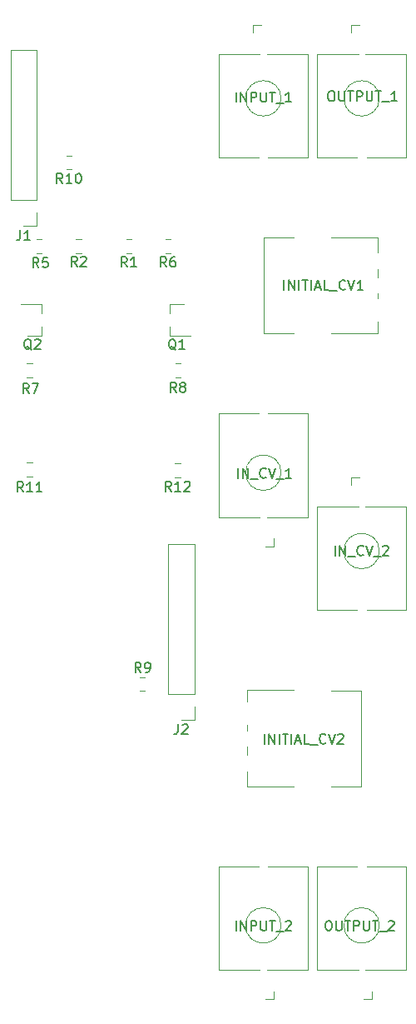
<source format=gbr>
%TF.GenerationSoftware,KiCad,Pcbnew,5.1.6*%
%TF.CreationDate,2020-07-14T13:58:31+04:00*%
%TF.ProjectId,FC_more_vcas,46435f6d-6f72-4655-9f76-6361732e6b69,rev?*%
%TF.SameCoordinates,Original*%
%TF.FileFunction,Legend,Top*%
%TF.FilePolarity,Positive*%
%FSLAX46Y46*%
G04 Gerber Fmt 4.6, Leading zero omitted, Abs format (unit mm)*
G04 Created by KiCad (PCBNEW 5.1.6) date 2020-07-14 13:58:31*
%MOMM*%
%LPD*%
G01*
G04 APERTURE LIST*
%ADD10C,0.120000*%
%ADD11C,0.150000*%
G04 APERTURE END LIST*
D10*
%TO.C,INITIAL_CV1*%
X58120000Y-44340000D02*
X58120000Y-45170000D01*
X58120000Y-46790000D02*
X58120000Y-47320000D01*
X58120000Y-49690000D02*
X58120000Y-50870000D01*
X58120000Y-41130000D02*
X53400000Y-41130000D01*
X49590000Y-50870000D02*
X46530000Y-50870000D01*
X58120000Y-50880000D02*
X53400000Y-50880000D01*
X49590000Y-41130000D02*
X46530000Y-41130000D01*
X58120000Y-41130000D02*
X58120000Y-42620000D01*
X46530000Y-41130000D02*
X46530000Y-50870000D01*
%TO.C,INITIAL_CV2*%
X56470000Y-96870000D02*
X56470000Y-87130000D01*
X44880000Y-96870000D02*
X44880000Y-95380000D01*
X53410000Y-96870000D02*
X56470000Y-96870000D01*
X44880000Y-87120000D02*
X49600000Y-87120000D01*
X53410000Y-87130000D02*
X56470000Y-87130000D01*
X44880000Y-96870000D02*
X49600000Y-96870000D01*
X44880000Y-88310000D02*
X44880000Y-87130000D01*
X44880000Y-91210000D02*
X44880000Y-90680000D01*
X44880000Y-93660000D02*
X44880000Y-92830000D01*
%TO.C,INPUT_1*%
X42000000Y-22480000D02*
X42000000Y-32980000D01*
X51000000Y-22480000D02*
X51000000Y-32980000D01*
X51000000Y-32980000D02*
X47000000Y-32980000D01*
X46000000Y-32980000D02*
X42000000Y-32980000D01*
X51000000Y-22480000D02*
X46850000Y-22480000D01*
X46150000Y-22480000D02*
X42000000Y-22480000D01*
X48300000Y-26980000D02*
G75*
G03*
X48300000Y-26980000I-1800000J0D01*
G01*
X45440000Y-19500000D02*
X45440000Y-20300000D01*
X45440000Y-19500000D02*
X46300000Y-19500000D01*
%TO.C,INPUT_2*%
X47560000Y-118500000D02*
X46700000Y-118500000D01*
X47560000Y-118500000D02*
X47560000Y-117700000D01*
X48300000Y-111020000D02*
G75*
G03*
X48300000Y-111020000I-1800000J0D01*
G01*
X46850000Y-115520000D02*
X51000000Y-115520000D01*
X42000000Y-115520000D02*
X46150000Y-115520000D01*
X47000000Y-105020000D02*
X51000000Y-105020000D01*
X42000000Y-105020000D02*
X46000000Y-105020000D01*
X42000000Y-115520000D02*
X42000000Y-105020000D01*
X51000000Y-115520000D02*
X51000000Y-105020000D01*
%TO.C,J1*%
X23430000Y-22030000D02*
X20770000Y-22030000D01*
X23430000Y-37330000D02*
X23430000Y-22030000D01*
X20770000Y-37330000D02*
X20770000Y-22030000D01*
X23430000Y-37330000D02*
X20770000Y-37330000D01*
X23430000Y-38600000D02*
X23430000Y-39930000D01*
X23430000Y-39930000D02*
X22100000Y-39930000D01*
%TO.C,J2*%
X39480000Y-90130000D02*
X38150000Y-90130000D01*
X39480000Y-88800000D02*
X39480000Y-90130000D01*
X39480000Y-87530000D02*
X36820000Y-87530000D01*
X36820000Y-87530000D02*
X36820000Y-72230000D01*
X39480000Y-87530000D02*
X39480000Y-72230000D01*
X39480000Y-72230000D02*
X36820000Y-72230000D01*
%TO.C,IN_CV_1*%
X51000000Y-69520000D02*
X51000000Y-59020000D01*
X42000000Y-69520000D02*
X42000000Y-59020000D01*
X42000000Y-59020000D02*
X46000000Y-59020000D01*
X47000000Y-59020000D02*
X51000000Y-59020000D01*
X42000000Y-69520000D02*
X46150000Y-69520000D01*
X46850000Y-69520000D02*
X51000000Y-69520000D01*
X48300000Y-65020000D02*
G75*
G03*
X48300000Y-65020000I-1800000J0D01*
G01*
X47560000Y-72500000D02*
X47560000Y-71700000D01*
X47560000Y-72500000D02*
X46700000Y-72500000D01*
%TO.C,IN_CV_2*%
X55440000Y-65500000D02*
X56300000Y-65500000D01*
X55440000Y-65500000D02*
X55440000Y-66300000D01*
X58300000Y-72980000D02*
G75*
G03*
X58300000Y-72980000I-1800000J0D01*
G01*
X56150000Y-68480000D02*
X52000000Y-68480000D01*
X61000000Y-68480000D02*
X56850000Y-68480000D01*
X56000000Y-78980000D02*
X52000000Y-78980000D01*
X61000000Y-78980000D02*
X57000000Y-78980000D01*
X61000000Y-68480000D02*
X61000000Y-78980000D01*
X52000000Y-68480000D02*
X52000000Y-78980000D01*
%TO.C,OUTPUT_1*%
X52000000Y-22480000D02*
X52000000Y-32980000D01*
X61000000Y-22480000D02*
X61000000Y-32980000D01*
X61000000Y-32980000D02*
X57000000Y-32980000D01*
X56000000Y-32980000D02*
X52000000Y-32980000D01*
X61000000Y-22480000D02*
X56850000Y-22480000D01*
X56150000Y-22480000D02*
X52000000Y-22480000D01*
X58300000Y-26980000D02*
G75*
G03*
X58300000Y-26980000I-1800000J0D01*
G01*
X55440000Y-19500000D02*
X55440000Y-20300000D01*
X55440000Y-19500000D02*
X56300000Y-19500000D01*
%TO.C,OUTPUT_2*%
X57560000Y-118500000D02*
X56700000Y-118500000D01*
X57560000Y-118500000D02*
X57560000Y-117700000D01*
X58300000Y-111020000D02*
G75*
G03*
X58300000Y-111020000I-1800000J0D01*
G01*
X56850000Y-115520000D02*
X61000000Y-115520000D01*
X52000000Y-115520000D02*
X56150000Y-115520000D01*
X57000000Y-105020000D02*
X61000000Y-105020000D01*
X52000000Y-105020000D02*
X56000000Y-105020000D01*
X52000000Y-115520000D02*
X52000000Y-105020000D01*
X61000000Y-115520000D02*
X61000000Y-105020000D01*
%TO.C,Q1*%
X36940000Y-47920000D02*
X38400000Y-47920000D01*
X36940000Y-51080000D02*
X39100000Y-51080000D01*
X36940000Y-51080000D02*
X36940000Y-50150000D01*
X36940000Y-47920000D02*
X36940000Y-48850000D01*
%TO.C,Q2*%
X23960000Y-51080000D02*
X23960000Y-50150000D01*
X23960000Y-47920000D02*
X23960000Y-48850000D01*
X23960000Y-47920000D02*
X21800000Y-47920000D01*
X23960000Y-51080000D02*
X22500000Y-51080000D01*
%TO.C,R1*%
X33061252Y-42710000D02*
X32538748Y-42710000D01*
X33061252Y-41290000D02*
X32538748Y-41290000D01*
%TO.C,R2*%
X27438748Y-42710000D02*
X27961252Y-42710000D01*
X27438748Y-41290000D02*
X27961252Y-41290000D01*
%TO.C,R5*%
X23438748Y-41290000D02*
X23961252Y-41290000D01*
X23438748Y-42710000D02*
X23961252Y-42710000D01*
%TO.C,R6*%
X37061252Y-41290000D02*
X36538748Y-41290000D01*
X37061252Y-42710000D02*
X36538748Y-42710000D01*
%TO.C,R7*%
X22438748Y-55310000D02*
X22961252Y-55310000D01*
X22438748Y-53890000D02*
X22961252Y-53890000D01*
%TO.C,R8*%
X38061252Y-55310000D02*
X37538748Y-55310000D01*
X38061252Y-53890000D02*
X37538748Y-53890000D01*
%TO.C,R9*%
X33938748Y-87210000D02*
X34461252Y-87210000D01*
X33938748Y-85790000D02*
X34461252Y-85790000D01*
%TO.C,R10*%
X26961252Y-32790000D02*
X26438748Y-32790000D01*
X26961252Y-34210000D02*
X26438748Y-34210000D01*
%TO.C,R11*%
X22438748Y-63990000D02*
X22961252Y-63990000D01*
X22438748Y-65410000D02*
X22961252Y-65410000D01*
%TO.C,R12*%
X38036252Y-65510000D02*
X37513748Y-65510000D01*
X38036252Y-64090000D02*
X37513748Y-64090000D01*
%TO.C,INITIAL_CV1*%
D11*
X48600000Y-46452380D02*
X48600000Y-45452380D01*
X49076190Y-46452380D02*
X49076190Y-45452380D01*
X49647619Y-46452380D01*
X49647619Y-45452380D01*
X50123809Y-46452380D02*
X50123809Y-45452380D01*
X50457142Y-45452380D02*
X51028571Y-45452380D01*
X50742857Y-46452380D02*
X50742857Y-45452380D01*
X51361904Y-46452380D02*
X51361904Y-45452380D01*
X51790476Y-46166666D02*
X52266666Y-46166666D01*
X51695238Y-46452380D02*
X52028571Y-45452380D01*
X52361904Y-46452380D01*
X53171428Y-46452380D02*
X52695238Y-46452380D01*
X52695238Y-45452380D01*
X53266666Y-46547619D02*
X54028571Y-46547619D01*
X54838095Y-46357142D02*
X54790476Y-46404761D01*
X54647619Y-46452380D01*
X54552380Y-46452380D01*
X54409523Y-46404761D01*
X54314285Y-46309523D01*
X54266666Y-46214285D01*
X54219047Y-46023809D01*
X54219047Y-45880952D01*
X54266666Y-45690476D01*
X54314285Y-45595238D01*
X54409523Y-45500000D01*
X54552380Y-45452380D01*
X54647619Y-45452380D01*
X54790476Y-45500000D01*
X54838095Y-45547619D01*
X55123809Y-45452380D02*
X55457142Y-46452380D01*
X55790476Y-45452380D01*
X56647619Y-46452380D02*
X56076190Y-46452380D01*
X56361904Y-46452380D02*
X56361904Y-45452380D01*
X56266666Y-45595238D01*
X56171428Y-45690476D01*
X56076190Y-45738095D01*
%TO.C,INITIAL_CV2*%
X46600000Y-92552380D02*
X46600000Y-91552380D01*
X47076190Y-92552380D02*
X47076190Y-91552380D01*
X47647619Y-92552380D01*
X47647619Y-91552380D01*
X48123809Y-92552380D02*
X48123809Y-91552380D01*
X48457142Y-91552380D02*
X49028571Y-91552380D01*
X48742857Y-92552380D02*
X48742857Y-91552380D01*
X49361904Y-92552380D02*
X49361904Y-91552380D01*
X49790476Y-92266666D02*
X50266666Y-92266666D01*
X49695238Y-92552380D02*
X50028571Y-91552380D01*
X50361904Y-92552380D01*
X51171428Y-92552380D02*
X50695238Y-92552380D01*
X50695238Y-91552380D01*
X51266666Y-92647619D02*
X52028571Y-92647619D01*
X52838095Y-92457142D02*
X52790476Y-92504761D01*
X52647619Y-92552380D01*
X52552380Y-92552380D01*
X52409523Y-92504761D01*
X52314285Y-92409523D01*
X52266666Y-92314285D01*
X52219047Y-92123809D01*
X52219047Y-91980952D01*
X52266666Y-91790476D01*
X52314285Y-91695238D01*
X52409523Y-91600000D01*
X52552380Y-91552380D01*
X52647619Y-91552380D01*
X52790476Y-91600000D01*
X52838095Y-91647619D01*
X53123809Y-91552380D02*
X53457142Y-92552380D01*
X53790476Y-91552380D01*
X54076190Y-91647619D02*
X54123809Y-91600000D01*
X54219047Y-91552380D01*
X54457142Y-91552380D01*
X54552380Y-91600000D01*
X54600000Y-91647619D01*
X54647619Y-91742857D01*
X54647619Y-91838095D01*
X54600000Y-91980952D01*
X54028571Y-92552380D01*
X54647619Y-92552380D01*
%TO.C,INPUT_1*%
X43714285Y-27352380D02*
X43714285Y-26352380D01*
X44190476Y-27352380D02*
X44190476Y-26352380D01*
X44761904Y-27352380D01*
X44761904Y-26352380D01*
X45238095Y-27352380D02*
X45238095Y-26352380D01*
X45619047Y-26352380D01*
X45714285Y-26400000D01*
X45761904Y-26447619D01*
X45809523Y-26542857D01*
X45809523Y-26685714D01*
X45761904Y-26780952D01*
X45714285Y-26828571D01*
X45619047Y-26876190D01*
X45238095Y-26876190D01*
X46238095Y-26352380D02*
X46238095Y-27161904D01*
X46285714Y-27257142D01*
X46333333Y-27304761D01*
X46428571Y-27352380D01*
X46619047Y-27352380D01*
X46714285Y-27304761D01*
X46761904Y-27257142D01*
X46809523Y-27161904D01*
X46809523Y-26352380D01*
X47142857Y-26352380D02*
X47714285Y-26352380D01*
X47428571Y-27352380D02*
X47428571Y-26352380D01*
X47809523Y-27447619D02*
X48571428Y-27447619D01*
X49333333Y-27352380D02*
X48761904Y-27352380D01*
X49047619Y-27352380D02*
X49047619Y-26352380D01*
X48952380Y-26495238D01*
X48857142Y-26590476D01*
X48761904Y-26638095D01*
%TO.C,INPUT_2*%
X43714285Y-111552380D02*
X43714285Y-110552380D01*
X44190476Y-111552380D02*
X44190476Y-110552380D01*
X44761904Y-111552380D01*
X44761904Y-110552380D01*
X45238095Y-111552380D02*
X45238095Y-110552380D01*
X45619047Y-110552380D01*
X45714285Y-110600000D01*
X45761904Y-110647619D01*
X45809523Y-110742857D01*
X45809523Y-110885714D01*
X45761904Y-110980952D01*
X45714285Y-111028571D01*
X45619047Y-111076190D01*
X45238095Y-111076190D01*
X46238095Y-110552380D02*
X46238095Y-111361904D01*
X46285714Y-111457142D01*
X46333333Y-111504761D01*
X46428571Y-111552380D01*
X46619047Y-111552380D01*
X46714285Y-111504761D01*
X46761904Y-111457142D01*
X46809523Y-111361904D01*
X46809523Y-110552380D01*
X47142857Y-110552380D02*
X47714285Y-110552380D01*
X47428571Y-111552380D02*
X47428571Y-110552380D01*
X47809523Y-111647619D02*
X48571428Y-111647619D01*
X48761904Y-110647619D02*
X48809523Y-110600000D01*
X48904761Y-110552380D01*
X49142857Y-110552380D01*
X49238095Y-110600000D01*
X49285714Y-110647619D01*
X49333333Y-110742857D01*
X49333333Y-110838095D01*
X49285714Y-110980952D01*
X48714285Y-111552380D01*
X49333333Y-111552380D01*
%TO.C,J1*%
X21766666Y-40382380D02*
X21766666Y-41096666D01*
X21719047Y-41239523D01*
X21623809Y-41334761D01*
X21480952Y-41382380D01*
X21385714Y-41382380D01*
X22766666Y-41382380D02*
X22195238Y-41382380D01*
X22480952Y-41382380D02*
X22480952Y-40382380D01*
X22385714Y-40525238D01*
X22290476Y-40620476D01*
X22195238Y-40668095D01*
%TO.C,J2*%
X37816666Y-90582380D02*
X37816666Y-91296666D01*
X37769047Y-91439523D01*
X37673809Y-91534761D01*
X37530952Y-91582380D01*
X37435714Y-91582380D01*
X38245238Y-90677619D02*
X38292857Y-90630000D01*
X38388095Y-90582380D01*
X38626190Y-90582380D01*
X38721428Y-90630000D01*
X38769047Y-90677619D01*
X38816666Y-90772857D01*
X38816666Y-90868095D01*
X38769047Y-91010952D01*
X38197619Y-91582380D01*
X38816666Y-91582380D01*
%TO.C,IN_CV_1*%
X43909523Y-65552380D02*
X43909523Y-64552380D01*
X44385714Y-65552380D02*
X44385714Y-64552380D01*
X44957142Y-65552380D01*
X44957142Y-64552380D01*
X45195238Y-65647619D02*
X45957142Y-65647619D01*
X46766666Y-65457142D02*
X46719047Y-65504761D01*
X46576190Y-65552380D01*
X46480952Y-65552380D01*
X46338095Y-65504761D01*
X46242857Y-65409523D01*
X46195238Y-65314285D01*
X46147619Y-65123809D01*
X46147619Y-64980952D01*
X46195238Y-64790476D01*
X46242857Y-64695238D01*
X46338095Y-64600000D01*
X46480952Y-64552380D01*
X46576190Y-64552380D01*
X46719047Y-64600000D01*
X46766666Y-64647619D01*
X47052380Y-64552380D02*
X47385714Y-65552380D01*
X47719047Y-64552380D01*
X47814285Y-65647619D02*
X48576190Y-65647619D01*
X49338095Y-65552380D02*
X48766666Y-65552380D01*
X49052380Y-65552380D02*
X49052380Y-64552380D01*
X48957142Y-64695238D01*
X48861904Y-64790476D01*
X48766666Y-64838095D01*
%TO.C,IN_CV_2*%
X53809523Y-73432380D02*
X53809523Y-72432380D01*
X54285714Y-73432380D02*
X54285714Y-72432380D01*
X54857142Y-73432380D01*
X54857142Y-72432380D01*
X55095238Y-73527619D02*
X55857142Y-73527619D01*
X56666666Y-73337142D02*
X56619047Y-73384761D01*
X56476190Y-73432380D01*
X56380952Y-73432380D01*
X56238095Y-73384761D01*
X56142857Y-73289523D01*
X56095238Y-73194285D01*
X56047619Y-73003809D01*
X56047619Y-72860952D01*
X56095238Y-72670476D01*
X56142857Y-72575238D01*
X56238095Y-72480000D01*
X56380952Y-72432380D01*
X56476190Y-72432380D01*
X56619047Y-72480000D01*
X56666666Y-72527619D01*
X56952380Y-72432380D02*
X57285714Y-73432380D01*
X57619047Y-72432380D01*
X57714285Y-73527619D02*
X58476190Y-73527619D01*
X58666666Y-72527619D02*
X58714285Y-72480000D01*
X58809523Y-72432380D01*
X59047619Y-72432380D01*
X59142857Y-72480000D01*
X59190476Y-72527619D01*
X59238095Y-72622857D01*
X59238095Y-72718095D01*
X59190476Y-72860952D01*
X58619047Y-73432380D01*
X59238095Y-73432380D01*
%TO.C,OUTPUT_1*%
X53338095Y-26252380D02*
X53528571Y-26252380D01*
X53623809Y-26300000D01*
X53719047Y-26395238D01*
X53766666Y-26585714D01*
X53766666Y-26919047D01*
X53719047Y-27109523D01*
X53623809Y-27204761D01*
X53528571Y-27252380D01*
X53338095Y-27252380D01*
X53242857Y-27204761D01*
X53147619Y-27109523D01*
X53100000Y-26919047D01*
X53100000Y-26585714D01*
X53147619Y-26395238D01*
X53242857Y-26300000D01*
X53338095Y-26252380D01*
X54195238Y-26252380D02*
X54195238Y-27061904D01*
X54242857Y-27157142D01*
X54290476Y-27204761D01*
X54385714Y-27252380D01*
X54576190Y-27252380D01*
X54671428Y-27204761D01*
X54719047Y-27157142D01*
X54766666Y-27061904D01*
X54766666Y-26252380D01*
X55100000Y-26252380D02*
X55671428Y-26252380D01*
X55385714Y-27252380D02*
X55385714Y-26252380D01*
X56004761Y-27252380D02*
X56004761Y-26252380D01*
X56385714Y-26252380D01*
X56480952Y-26300000D01*
X56528571Y-26347619D01*
X56576190Y-26442857D01*
X56576190Y-26585714D01*
X56528571Y-26680952D01*
X56480952Y-26728571D01*
X56385714Y-26776190D01*
X56004761Y-26776190D01*
X57004761Y-26252380D02*
X57004761Y-27061904D01*
X57052380Y-27157142D01*
X57100000Y-27204761D01*
X57195238Y-27252380D01*
X57385714Y-27252380D01*
X57480952Y-27204761D01*
X57528571Y-27157142D01*
X57576190Y-27061904D01*
X57576190Y-26252380D01*
X57909523Y-26252380D02*
X58480952Y-26252380D01*
X58195238Y-27252380D02*
X58195238Y-26252380D01*
X58576190Y-27347619D02*
X59338095Y-27347619D01*
X60100000Y-27252380D02*
X59528571Y-27252380D01*
X59814285Y-27252380D02*
X59814285Y-26252380D01*
X59719047Y-26395238D01*
X59623809Y-26490476D01*
X59528571Y-26538095D01*
%TO.C,OUTPUT_2*%
X53038095Y-110552380D02*
X53228571Y-110552380D01*
X53323809Y-110600000D01*
X53419047Y-110695238D01*
X53466666Y-110885714D01*
X53466666Y-111219047D01*
X53419047Y-111409523D01*
X53323809Y-111504761D01*
X53228571Y-111552380D01*
X53038095Y-111552380D01*
X52942857Y-111504761D01*
X52847619Y-111409523D01*
X52800000Y-111219047D01*
X52800000Y-110885714D01*
X52847619Y-110695238D01*
X52942857Y-110600000D01*
X53038095Y-110552380D01*
X53895238Y-110552380D02*
X53895238Y-111361904D01*
X53942857Y-111457142D01*
X53990476Y-111504761D01*
X54085714Y-111552380D01*
X54276190Y-111552380D01*
X54371428Y-111504761D01*
X54419047Y-111457142D01*
X54466666Y-111361904D01*
X54466666Y-110552380D01*
X54800000Y-110552380D02*
X55371428Y-110552380D01*
X55085714Y-111552380D02*
X55085714Y-110552380D01*
X55704761Y-111552380D02*
X55704761Y-110552380D01*
X56085714Y-110552380D01*
X56180952Y-110600000D01*
X56228571Y-110647619D01*
X56276190Y-110742857D01*
X56276190Y-110885714D01*
X56228571Y-110980952D01*
X56180952Y-111028571D01*
X56085714Y-111076190D01*
X55704761Y-111076190D01*
X56704761Y-110552380D02*
X56704761Y-111361904D01*
X56752380Y-111457142D01*
X56800000Y-111504761D01*
X56895238Y-111552380D01*
X57085714Y-111552380D01*
X57180952Y-111504761D01*
X57228571Y-111457142D01*
X57276190Y-111361904D01*
X57276190Y-110552380D01*
X57609523Y-110552380D02*
X58180952Y-110552380D01*
X57895238Y-111552380D02*
X57895238Y-110552380D01*
X58276190Y-111647619D02*
X59038095Y-111647619D01*
X59228571Y-110647619D02*
X59276190Y-110600000D01*
X59371428Y-110552380D01*
X59609523Y-110552380D01*
X59704761Y-110600000D01*
X59752380Y-110647619D01*
X59800000Y-110742857D01*
X59800000Y-110838095D01*
X59752380Y-110980952D01*
X59180952Y-111552380D01*
X59800000Y-111552380D01*
%TO.C,Q1*%
X37604761Y-52547619D02*
X37509523Y-52500000D01*
X37414285Y-52404761D01*
X37271428Y-52261904D01*
X37176190Y-52214285D01*
X37080952Y-52214285D01*
X37128571Y-52452380D02*
X37033333Y-52404761D01*
X36938095Y-52309523D01*
X36890476Y-52119047D01*
X36890476Y-51785714D01*
X36938095Y-51595238D01*
X37033333Y-51500000D01*
X37128571Y-51452380D01*
X37319047Y-51452380D01*
X37414285Y-51500000D01*
X37509523Y-51595238D01*
X37557142Y-51785714D01*
X37557142Y-52119047D01*
X37509523Y-52309523D01*
X37414285Y-52404761D01*
X37319047Y-52452380D01*
X37128571Y-52452380D01*
X38509523Y-52452380D02*
X37938095Y-52452380D01*
X38223809Y-52452380D02*
X38223809Y-51452380D01*
X38128571Y-51595238D01*
X38033333Y-51690476D01*
X37938095Y-51738095D01*
%TO.C,Q2*%
X22904761Y-52547619D02*
X22809523Y-52500000D01*
X22714285Y-52404761D01*
X22571428Y-52261904D01*
X22476190Y-52214285D01*
X22380952Y-52214285D01*
X22428571Y-52452380D02*
X22333333Y-52404761D01*
X22238095Y-52309523D01*
X22190476Y-52119047D01*
X22190476Y-51785714D01*
X22238095Y-51595238D01*
X22333333Y-51500000D01*
X22428571Y-51452380D01*
X22619047Y-51452380D01*
X22714285Y-51500000D01*
X22809523Y-51595238D01*
X22857142Y-51785714D01*
X22857142Y-52119047D01*
X22809523Y-52309523D01*
X22714285Y-52404761D01*
X22619047Y-52452380D01*
X22428571Y-52452380D01*
X23238095Y-51547619D02*
X23285714Y-51500000D01*
X23380952Y-51452380D01*
X23619047Y-51452380D01*
X23714285Y-51500000D01*
X23761904Y-51547619D01*
X23809523Y-51642857D01*
X23809523Y-51738095D01*
X23761904Y-51880952D01*
X23190476Y-52452380D01*
X23809523Y-52452380D01*
%TO.C,R1*%
X32633333Y-44102380D02*
X32300000Y-43626190D01*
X32061904Y-44102380D02*
X32061904Y-43102380D01*
X32442857Y-43102380D01*
X32538095Y-43150000D01*
X32585714Y-43197619D01*
X32633333Y-43292857D01*
X32633333Y-43435714D01*
X32585714Y-43530952D01*
X32538095Y-43578571D01*
X32442857Y-43626190D01*
X32061904Y-43626190D01*
X33585714Y-44102380D02*
X33014285Y-44102380D01*
X33300000Y-44102380D02*
X33300000Y-43102380D01*
X33204761Y-43245238D01*
X33109523Y-43340476D01*
X33014285Y-43388095D01*
%TO.C,R2*%
X27533333Y-44052380D02*
X27200000Y-43576190D01*
X26961904Y-44052380D02*
X26961904Y-43052380D01*
X27342857Y-43052380D01*
X27438095Y-43100000D01*
X27485714Y-43147619D01*
X27533333Y-43242857D01*
X27533333Y-43385714D01*
X27485714Y-43480952D01*
X27438095Y-43528571D01*
X27342857Y-43576190D01*
X26961904Y-43576190D01*
X27914285Y-43147619D02*
X27961904Y-43100000D01*
X28057142Y-43052380D01*
X28295238Y-43052380D01*
X28390476Y-43100000D01*
X28438095Y-43147619D01*
X28485714Y-43242857D01*
X28485714Y-43338095D01*
X28438095Y-43480952D01*
X27866666Y-44052380D01*
X28485714Y-44052380D01*
%TO.C,R5*%
X23633333Y-44152380D02*
X23300000Y-43676190D01*
X23061904Y-44152380D02*
X23061904Y-43152380D01*
X23442857Y-43152380D01*
X23538095Y-43200000D01*
X23585714Y-43247619D01*
X23633333Y-43342857D01*
X23633333Y-43485714D01*
X23585714Y-43580952D01*
X23538095Y-43628571D01*
X23442857Y-43676190D01*
X23061904Y-43676190D01*
X24538095Y-43152380D02*
X24061904Y-43152380D01*
X24014285Y-43628571D01*
X24061904Y-43580952D01*
X24157142Y-43533333D01*
X24395238Y-43533333D01*
X24490476Y-43580952D01*
X24538095Y-43628571D01*
X24585714Y-43723809D01*
X24585714Y-43961904D01*
X24538095Y-44057142D01*
X24490476Y-44104761D01*
X24395238Y-44152380D01*
X24157142Y-44152380D01*
X24061904Y-44104761D01*
X24014285Y-44057142D01*
%TO.C,R6*%
X36633333Y-44102380D02*
X36300000Y-43626190D01*
X36061904Y-44102380D02*
X36061904Y-43102380D01*
X36442857Y-43102380D01*
X36538095Y-43150000D01*
X36585714Y-43197619D01*
X36633333Y-43292857D01*
X36633333Y-43435714D01*
X36585714Y-43530952D01*
X36538095Y-43578571D01*
X36442857Y-43626190D01*
X36061904Y-43626190D01*
X37490476Y-43102380D02*
X37300000Y-43102380D01*
X37204761Y-43150000D01*
X37157142Y-43197619D01*
X37061904Y-43340476D01*
X37014285Y-43530952D01*
X37014285Y-43911904D01*
X37061904Y-44007142D01*
X37109523Y-44054761D01*
X37204761Y-44102380D01*
X37395238Y-44102380D01*
X37490476Y-44054761D01*
X37538095Y-44007142D01*
X37585714Y-43911904D01*
X37585714Y-43673809D01*
X37538095Y-43578571D01*
X37490476Y-43530952D01*
X37395238Y-43483333D01*
X37204761Y-43483333D01*
X37109523Y-43530952D01*
X37061904Y-43578571D01*
X37014285Y-43673809D01*
%TO.C,R7*%
X22633333Y-56952380D02*
X22300000Y-56476190D01*
X22061904Y-56952380D02*
X22061904Y-55952380D01*
X22442857Y-55952380D01*
X22538095Y-56000000D01*
X22585714Y-56047619D01*
X22633333Y-56142857D01*
X22633333Y-56285714D01*
X22585714Y-56380952D01*
X22538095Y-56428571D01*
X22442857Y-56476190D01*
X22061904Y-56476190D01*
X22966666Y-55952380D02*
X23633333Y-55952380D01*
X23204761Y-56952380D01*
%TO.C,R8*%
X37633333Y-56852380D02*
X37300000Y-56376190D01*
X37061904Y-56852380D02*
X37061904Y-55852380D01*
X37442857Y-55852380D01*
X37538095Y-55900000D01*
X37585714Y-55947619D01*
X37633333Y-56042857D01*
X37633333Y-56185714D01*
X37585714Y-56280952D01*
X37538095Y-56328571D01*
X37442857Y-56376190D01*
X37061904Y-56376190D01*
X38204761Y-56280952D02*
X38109523Y-56233333D01*
X38061904Y-56185714D01*
X38014285Y-56090476D01*
X38014285Y-56042857D01*
X38061904Y-55947619D01*
X38109523Y-55900000D01*
X38204761Y-55852380D01*
X38395238Y-55852380D01*
X38490476Y-55900000D01*
X38538095Y-55947619D01*
X38585714Y-56042857D01*
X38585714Y-56090476D01*
X38538095Y-56185714D01*
X38490476Y-56233333D01*
X38395238Y-56280952D01*
X38204761Y-56280952D01*
X38109523Y-56328571D01*
X38061904Y-56376190D01*
X38014285Y-56471428D01*
X38014285Y-56661904D01*
X38061904Y-56757142D01*
X38109523Y-56804761D01*
X38204761Y-56852380D01*
X38395238Y-56852380D01*
X38490476Y-56804761D01*
X38538095Y-56757142D01*
X38585714Y-56661904D01*
X38585714Y-56471428D01*
X38538095Y-56376190D01*
X38490476Y-56328571D01*
X38395238Y-56280952D01*
%TO.C,R9*%
X34033333Y-85302380D02*
X33700000Y-84826190D01*
X33461904Y-85302380D02*
X33461904Y-84302380D01*
X33842857Y-84302380D01*
X33938095Y-84350000D01*
X33985714Y-84397619D01*
X34033333Y-84492857D01*
X34033333Y-84635714D01*
X33985714Y-84730952D01*
X33938095Y-84778571D01*
X33842857Y-84826190D01*
X33461904Y-84826190D01*
X34509523Y-85302380D02*
X34700000Y-85302380D01*
X34795238Y-85254761D01*
X34842857Y-85207142D01*
X34938095Y-85064285D01*
X34985714Y-84873809D01*
X34985714Y-84492857D01*
X34938095Y-84397619D01*
X34890476Y-84350000D01*
X34795238Y-84302380D01*
X34604761Y-84302380D01*
X34509523Y-84350000D01*
X34461904Y-84397619D01*
X34414285Y-84492857D01*
X34414285Y-84730952D01*
X34461904Y-84826190D01*
X34509523Y-84873809D01*
X34604761Y-84921428D01*
X34795238Y-84921428D01*
X34890476Y-84873809D01*
X34938095Y-84826190D01*
X34985714Y-84730952D01*
%TO.C,R10*%
X26057142Y-35602380D02*
X25723809Y-35126190D01*
X25485714Y-35602380D02*
X25485714Y-34602380D01*
X25866666Y-34602380D01*
X25961904Y-34650000D01*
X26009523Y-34697619D01*
X26057142Y-34792857D01*
X26057142Y-34935714D01*
X26009523Y-35030952D01*
X25961904Y-35078571D01*
X25866666Y-35126190D01*
X25485714Y-35126190D01*
X27009523Y-35602380D02*
X26438095Y-35602380D01*
X26723809Y-35602380D02*
X26723809Y-34602380D01*
X26628571Y-34745238D01*
X26533333Y-34840476D01*
X26438095Y-34888095D01*
X27628571Y-34602380D02*
X27723809Y-34602380D01*
X27819047Y-34650000D01*
X27866666Y-34697619D01*
X27914285Y-34792857D01*
X27961904Y-34983333D01*
X27961904Y-35221428D01*
X27914285Y-35411904D01*
X27866666Y-35507142D01*
X27819047Y-35554761D01*
X27723809Y-35602380D01*
X27628571Y-35602380D01*
X27533333Y-35554761D01*
X27485714Y-35507142D01*
X27438095Y-35411904D01*
X27390476Y-35221428D01*
X27390476Y-34983333D01*
X27438095Y-34792857D01*
X27485714Y-34697619D01*
X27533333Y-34650000D01*
X27628571Y-34602380D01*
%TO.C,R11*%
X22057142Y-66952380D02*
X21723809Y-66476190D01*
X21485714Y-66952380D02*
X21485714Y-65952380D01*
X21866666Y-65952380D01*
X21961904Y-66000000D01*
X22009523Y-66047619D01*
X22057142Y-66142857D01*
X22057142Y-66285714D01*
X22009523Y-66380952D01*
X21961904Y-66428571D01*
X21866666Y-66476190D01*
X21485714Y-66476190D01*
X23009523Y-66952380D02*
X22438095Y-66952380D01*
X22723809Y-66952380D02*
X22723809Y-65952380D01*
X22628571Y-66095238D01*
X22533333Y-66190476D01*
X22438095Y-66238095D01*
X23961904Y-66952380D02*
X23390476Y-66952380D01*
X23676190Y-66952380D02*
X23676190Y-65952380D01*
X23580952Y-66095238D01*
X23485714Y-66190476D01*
X23390476Y-66238095D01*
%TO.C,R12*%
X37132142Y-66902380D02*
X36798809Y-66426190D01*
X36560714Y-66902380D02*
X36560714Y-65902380D01*
X36941666Y-65902380D01*
X37036904Y-65950000D01*
X37084523Y-65997619D01*
X37132142Y-66092857D01*
X37132142Y-66235714D01*
X37084523Y-66330952D01*
X37036904Y-66378571D01*
X36941666Y-66426190D01*
X36560714Y-66426190D01*
X38084523Y-66902380D02*
X37513095Y-66902380D01*
X37798809Y-66902380D02*
X37798809Y-65902380D01*
X37703571Y-66045238D01*
X37608333Y-66140476D01*
X37513095Y-66188095D01*
X38465476Y-65997619D02*
X38513095Y-65950000D01*
X38608333Y-65902380D01*
X38846428Y-65902380D01*
X38941666Y-65950000D01*
X38989285Y-65997619D01*
X39036904Y-66092857D01*
X39036904Y-66188095D01*
X38989285Y-66330952D01*
X38417857Y-66902380D01*
X39036904Y-66902380D01*
%TD*%
M02*

</source>
